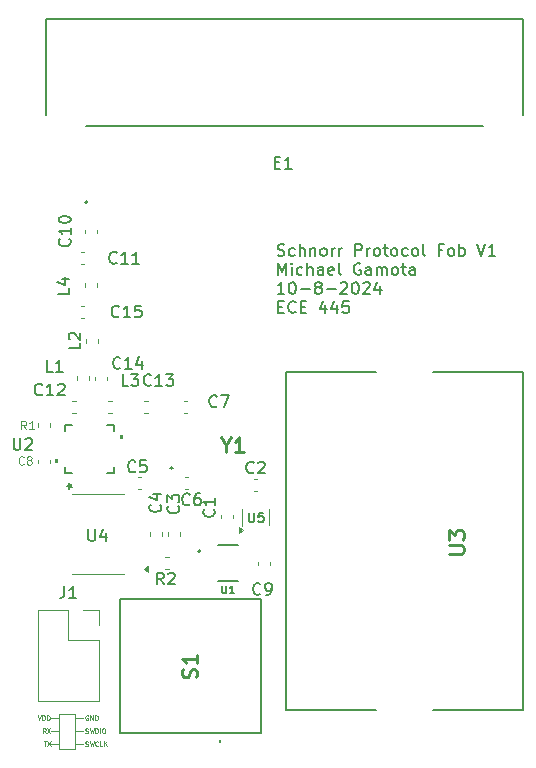
<source format=gbr>
%TF.GenerationSoftware,KiCad,Pcbnew,8.0.4*%
%TF.CreationDate,2024-10-14T16:37:58-05:00*%
%TF.ProjectId,Fob_Design_Files,466f625f-4465-4736-9967-6e5f46696c65,rev?*%
%TF.SameCoordinates,Original*%
%TF.FileFunction,Legend,Top*%
%TF.FilePolarity,Positive*%
%FSLAX46Y46*%
G04 Gerber Fmt 4.6, Leading zero omitted, Abs format (unit mm)*
G04 Created by KiCad (PCBNEW 8.0.4) date 2024-10-14 16:37:58*
%MOMM*%
%LPD*%
G01*
G04 APERTURE LIST*
%ADD10C,0.100000*%
%ADD11C,0.050000*%
%ADD12C,0.150000*%
%ADD13C,0.080000*%
%ADD14C,0.254000*%
%ADD15C,0.120000*%
%ADD16C,0.127000*%
%ADD17C,0.200000*%
%ADD18C,0.152400*%
%ADD19C,0.000000*%
G04 APERTURE END LIST*
D10*
X92000000Y-91095000D02*
X92659000Y-91095000D01*
X92000000Y-89995000D02*
X92700000Y-89995000D01*
X92700000Y-89595000D02*
X94051000Y-89595000D01*
X94051000Y-92600000D01*
X92700000Y-92600000D01*
X92700000Y-89595000D01*
X94041000Y-92200000D02*
X94700000Y-92200000D01*
X94041000Y-90000000D02*
X94700000Y-90000000D01*
X94041000Y-91100000D02*
X94700000Y-91100000D01*
X92000000Y-92195000D02*
X92700000Y-92195000D01*
D11*
X90870989Y-89748447D02*
X91004322Y-90148447D01*
X91004322Y-90148447D02*
X91137655Y-89748447D01*
X91270989Y-90148447D02*
X91270989Y-89748447D01*
X91270989Y-89748447D02*
X91366227Y-89748447D01*
X91366227Y-89748447D02*
X91423370Y-89767495D01*
X91423370Y-89767495D02*
X91461465Y-89805590D01*
X91461465Y-89805590D02*
X91480512Y-89843685D01*
X91480512Y-89843685D02*
X91499560Y-89919876D01*
X91499560Y-89919876D02*
X91499560Y-89977019D01*
X91499560Y-89977019D02*
X91480512Y-90053209D01*
X91480512Y-90053209D02*
X91461465Y-90091304D01*
X91461465Y-90091304D02*
X91423370Y-90129400D01*
X91423370Y-90129400D02*
X91366227Y-90148447D01*
X91366227Y-90148447D02*
X91270989Y-90148447D01*
X91670989Y-90148447D02*
X91670989Y-89748447D01*
X91670989Y-89748447D02*
X91766227Y-89748447D01*
X91766227Y-89748447D02*
X91823370Y-89767495D01*
X91823370Y-89767495D02*
X91861465Y-89805590D01*
X91861465Y-89805590D02*
X91880512Y-89843685D01*
X91880512Y-89843685D02*
X91899560Y-89919876D01*
X91899560Y-89919876D02*
X91899560Y-89977019D01*
X91899560Y-89977019D02*
X91880512Y-90053209D01*
X91880512Y-90053209D02*
X91861465Y-90091304D01*
X91861465Y-90091304D02*
X91823370Y-90129400D01*
X91823370Y-90129400D02*
X91766227Y-90148447D01*
X91766227Y-90148447D02*
X91670989Y-90148447D01*
D12*
X111189160Y-50792368D02*
X111332017Y-50839987D01*
X111332017Y-50839987D02*
X111570112Y-50839987D01*
X111570112Y-50839987D02*
X111665350Y-50792368D01*
X111665350Y-50792368D02*
X111712969Y-50744748D01*
X111712969Y-50744748D02*
X111760588Y-50649510D01*
X111760588Y-50649510D02*
X111760588Y-50554272D01*
X111760588Y-50554272D02*
X111712969Y-50459034D01*
X111712969Y-50459034D02*
X111665350Y-50411415D01*
X111665350Y-50411415D02*
X111570112Y-50363796D01*
X111570112Y-50363796D02*
X111379636Y-50316177D01*
X111379636Y-50316177D02*
X111284398Y-50268558D01*
X111284398Y-50268558D02*
X111236779Y-50220939D01*
X111236779Y-50220939D02*
X111189160Y-50125701D01*
X111189160Y-50125701D02*
X111189160Y-50030463D01*
X111189160Y-50030463D02*
X111236779Y-49935225D01*
X111236779Y-49935225D02*
X111284398Y-49887606D01*
X111284398Y-49887606D02*
X111379636Y-49839987D01*
X111379636Y-49839987D02*
X111617731Y-49839987D01*
X111617731Y-49839987D02*
X111760588Y-49887606D01*
X112617731Y-50792368D02*
X112522493Y-50839987D01*
X112522493Y-50839987D02*
X112332017Y-50839987D01*
X112332017Y-50839987D02*
X112236779Y-50792368D01*
X112236779Y-50792368D02*
X112189160Y-50744748D01*
X112189160Y-50744748D02*
X112141541Y-50649510D01*
X112141541Y-50649510D02*
X112141541Y-50363796D01*
X112141541Y-50363796D02*
X112189160Y-50268558D01*
X112189160Y-50268558D02*
X112236779Y-50220939D01*
X112236779Y-50220939D02*
X112332017Y-50173320D01*
X112332017Y-50173320D02*
X112522493Y-50173320D01*
X112522493Y-50173320D02*
X112617731Y-50220939D01*
X113046303Y-50839987D02*
X113046303Y-49839987D01*
X113474874Y-50839987D02*
X113474874Y-50316177D01*
X113474874Y-50316177D02*
X113427255Y-50220939D01*
X113427255Y-50220939D02*
X113332017Y-50173320D01*
X113332017Y-50173320D02*
X113189160Y-50173320D01*
X113189160Y-50173320D02*
X113093922Y-50220939D01*
X113093922Y-50220939D02*
X113046303Y-50268558D01*
X113951065Y-50173320D02*
X113951065Y-50839987D01*
X113951065Y-50268558D02*
X113998684Y-50220939D01*
X113998684Y-50220939D02*
X114093922Y-50173320D01*
X114093922Y-50173320D02*
X114236779Y-50173320D01*
X114236779Y-50173320D02*
X114332017Y-50220939D01*
X114332017Y-50220939D02*
X114379636Y-50316177D01*
X114379636Y-50316177D02*
X114379636Y-50839987D01*
X114998684Y-50839987D02*
X114903446Y-50792368D01*
X114903446Y-50792368D02*
X114855827Y-50744748D01*
X114855827Y-50744748D02*
X114808208Y-50649510D01*
X114808208Y-50649510D02*
X114808208Y-50363796D01*
X114808208Y-50363796D02*
X114855827Y-50268558D01*
X114855827Y-50268558D02*
X114903446Y-50220939D01*
X114903446Y-50220939D02*
X114998684Y-50173320D01*
X114998684Y-50173320D02*
X115141541Y-50173320D01*
X115141541Y-50173320D02*
X115236779Y-50220939D01*
X115236779Y-50220939D02*
X115284398Y-50268558D01*
X115284398Y-50268558D02*
X115332017Y-50363796D01*
X115332017Y-50363796D02*
X115332017Y-50649510D01*
X115332017Y-50649510D02*
X115284398Y-50744748D01*
X115284398Y-50744748D02*
X115236779Y-50792368D01*
X115236779Y-50792368D02*
X115141541Y-50839987D01*
X115141541Y-50839987D02*
X114998684Y-50839987D01*
X115760589Y-50839987D02*
X115760589Y-50173320D01*
X115760589Y-50363796D02*
X115808208Y-50268558D01*
X115808208Y-50268558D02*
X115855827Y-50220939D01*
X115855827Y-50220939D02*
X115951065Y-50173320D01*
X115951065Y-50173320D02*
X116046303Y-50173320D01*
X116379637Y-50839987D02*
X116379637Y-50173320D01*
X116379637Y-50363796D02*
X116427256Y-50268558D01*
X116427256Y-50268558D02*
X116474875Y-50220939D01*
X116474875Y-50220939D02*
X116570113Y-50173320D01*
X116570113Y-50173320D02*
X116665351Y-50173320D01*
X117760590Y-50839987D02*
X117760590Y-49839987D01*
X117760590Y-49839987D02*
X118141542Y-49839987D01*
X118141542Y-49839987D02*
X118236780Y-49887606D01*
X118236780Y-49887606D02*
X118284399Y-49935225D01*
X118284399Y-49935225D02*
X118332018Y-50030463D01*
X118332018Y-50030463D02*
X118332018Y-50173320D01*
X118332018Y-50173320D02*
X118284399Y-50268558D01*
X118284399Y-50268558D02*
X118236780Y-50316177D01*
X118236780Y-50316177D02*
X118141542Y-50363796D01*
X118141542Y-50363796D02*
X117760590Y-50363796D01*
X118760590Y-50839987D02*
X118760590Y-50173320D01*
X118760590Y-50363796D02*
X118808209Y-50268558D01*
X118808209Y-50268558D02*
X118855828Y-50220939D01*
X118855828Y-50220939D02*
X118951066Y-50173320D01*
X118951066Y-50173320D02*
X119046304Y-50173320D01*
X119522495Y-50839987D02*
X119427257Y-50792368D01*
X119427257Y-50792368D02*
X119379638Y-50744748D01*
X119379638Y-50744748D02*
X119332019Y-50649510D01*
X119332019Y-50649510D02*
X119332019Y-50363796D01*
X119332019Y-50363796D02*
X119379638Y-50268558D01*
X119379638Y-50268558D02*
X119427257Y-50220939D01*
X119427257Y-50220939D02*
X119522495Y-50173320D01*
X119522495Y-50173320D02*
X119665352Y-50173320D01*
X119665352Y-50173320D02*
X119760590Y-50220939D01*
X119760590Y-50220939D02*
X119808209Y-50268558D01*
X119808209Y-50268558D02*
X119855828Y-50363796D01*
X119855828Y-50363796D02*
X119855828Y-50649510D01*
X119855828Y-50649510D02*
X119808209Y-50744748D01*
X119808209Y-50744748D02*
X119760590Y-50792368D01*
X119760590Y-50792368D02*
X119665352Y-50839987D01*
X119665352Y-50839987D02*
X119522495Y-50839987D01*
X120141543Y-50173320D02*
X120522495Y-50173320D01*
X120284400Y-49839987D02*
X120284400Y-50697129D01*
X120284400Y-50697129D02*
X120332019Y-50792368D01*
X120332019Y-50792368D02*
X120427257Y-50839987D01*
X120427257Y-50839987D02*
X120522495Y-50839987D01*
X120998686Y-50839987D02*
X120903448Y-50792368D01*
X120903448Y-50792368D02*
X120855829Y-50744748D01*
X120855829Y-50744748D02*
X120808210Y-50649510D01*
X120808210Y-50649510D02*
X120808210Y-50363796D01*
X120808210Y-50363796D02*
X120855829Y-50268558D01*
X120855829Y-50268558D02*
X120903448Y-50220939D01*
X120903448Y-50220939D02*
X120998686Y-50173320D01*
X120998686Y-50173320D02*
X121141543Y-50173320D01*
X121141543Y-50173320D02*
X121236781Y-50220939D01*
X121236781Y-50220939D02*
X121284400Y-50268558D01*
X121284400Y-50268558D02*
X121332019Y-50363796D01*
X121332019Y-50363796D02*
X121332019Y-50649510D01*
X121332019Y-50649510D02*
X121284400Y-50744748D01*
X121284400Y-50744748D02*
X121236781Y-50792368D01*
X121236781Y-50792368D02*
X121141543Y-50839987D01*
X121141543Y-50839987D02*
X120998686Y-50839987D01*
X122189162Y-50792368D02*
X122093924Y-50839987D01*
X122093924Y-50839987D02*
X121903448Y-50839987D01*
X121903448Y-50839987D02*
X121808210Y-50792368D01*
X121808210Y-50792368D02*
X121760591Y-50744748D01*
X121760591Y-50744748D02*
X121712972Y-50649510D01*
X121712972Y-50649510D02*
X121712972Y-50363796D01*
X121712972Y-50363796D02*
X121760591Y-50268558D01*
X121760591Y-50268558D02*
X121808210Y-50220939D01*
X121808210Y-50220939D02*
X121903448Y-50173320D01*
X121903448Y-50173320D02*
X122093924Y-50173320D01*
X122093924Y-50173320D02*
X122189162Y-50220939D01*
X122760591Y-50839987D02*
X122665353Y-50792368D01*
X122665353Y-50792368D02*
X122617734Y-50744748D01*
X122617734Y-50744748D02*
X122570115Y-50649510D01*
X122570115Y-50649510D02*
X122570115Y-50363796D01*
X122570115Y-50363796D02*
X122617734Y-50268558D01*
X122617734Y-50268558D02*
X122665353Y-50220939D01*
X122665353Y-50220939D02*
X122760591Y-50173320D01*
X122760591Y-50173320D02*
X122903448Y-50173320D01*
X122903448Y-50173320D02*
X122998686Y-50220939D01*
X122998686Y-50220939D02*
X123046305Y-50268558D01*
X123046305Y-50268558D02*
X123093924Y-50363796D01*
X123093924Y-50363796D02*
X123093924Y-50649510D01*
X123093924Y-50649510D02*
X123046305Y-50744748D01*
X123046305Y-50744748D02*
X122998686Y-50792368D01*
X122998686Y-50792368D02*
X122903448Y-50839987D01*
X122903448Y-50839987D02*
X122760591Y-50839987D01*
X123665353Y-50839987D02*
X123570115Y-50792368D01*
X123570115Y-50792368D02*
X123522496Y-50697129D01*
X123522496Y-50697129D02*
X123522496Y-49839987D01*
X125141544Y-50316177D02*
X124808211Y-50316177D01*
X124808211Y-50839987D02*
X124808211Y-49839987D01*
X124808211Y-49839987D02*
X125284401Y-49839987D01*
X125808211Y-50839987D02*
X125712973Y-50792368D01*
X125712973Y-50792368D02*
X125665354Y-50744748D01*
X125665354Y-50744748D02*
X125617735Y-50649510D01*
X125617735Y-50649510D02*
X125617735Y-50363796D01*
X125617735Y-50363796D02*
X125665354Y-50268558D01*
X125665354Y-50268558D02*
X125712973Y-50220939D01*
X125712973Y-50220939D02*
X125808211Y-50173320D01*
X125808211Y-50173320D02*
X125951068Y-50173320D01*
X125951068Y-50173320D02*
X126046306Y-50220939D01*
X126046306Y-50220939D02*
X126093925Y-50268558D01*
X126093925Y-50268558D02*
X126141544Y-50363796D01*
X126141544Y-50363796D02*
X126141544Y-50649510D01*
X126141544Y-50649510D02*
X126093925Y-50744748D01*
X126093925Y-50744748D02*
X126046306Y-50792368D01*
X126046306Y-50792368D02*
X125951068Y-50839987D01*
X125951068Y-50839987D02*
X125808211Y-50839987D01*
X126570116Y-50839987D02*
X126570116Y-49839987D01*
X126570116Y-50220939D02*
X126665354Y-50173320D01*
X126665354Y-50173320D02*
X126855830Y-50173320D01*
X126855830Y-50173320D02*
X126951068Y-50220939D01*
X126951068Y-50220939D02*
X126998687Y-50268558D01*
X126998687Y-50268558D02*
X127046306Y-50363796D01*
X127046306Y-50363796D02*
X127046306Y-50649510D01*
X127046306Y-50649510D02*
X126998687Y-50744748D01*
X126998687Y-50744748D02*
X126951068Y-50792368D01*
X126951068Y-50792368D02*
X126855830Y-50839987D01*
X126855830Y-50839987D02*
X126665354Y-50839987D01*
X126665354Y-50839987D02*
X126570116Y-50792368D01*
X128093926Y-49839987D02*
X128427259Y-50839987D01*
X128427259Y-50839987D02*
X128760592Y-49839987D01*
X129617735Y-50839987D02*
X129046307Y-50839987D01*
X129332021Y-50839987D02*
X129332021Y-49839987D01*
X129332021Y-49839987D02*
X129236783Y-49982844D01*
X129236783Y-49982844D02*
X129141545Y-50078082D01*
X129141545Y-50078082D02*
X129046307Y-50125701D01*
X111236779Y-52449931D02*
X111236779Y-51449931D01*
X111236779Y-51449931D02*
X111570112Y-52164216D01*
X111570112Y-52164216D02*
X111903445Y-51449931D01*
X111903445Y-51449931D02*
X111903445Y-52449931D01*
X112379636Y-52449931D02*
X112379636Y-51783264D01*
X112379636Y-51449931D02*
X112332017Y-51497550D01*
X112332017Y-51497550D02*
X112379636Y-51545169D01*
X112379636Y-51545169D02*
X112427255Y-51497550D01*
X112427255Y-51497550D02*
X112379636Y-51449931D01*
X112379636Y-51449931D02*
X112379636Y-51545169D01*
X113284397Y-52402312D02*
X113189159Y-52449931D01*
X113189159Y-52449931D02*
X112998683Y-52449931D01*
X112998683Y-52449931D02*
X112903445Y-52402312D01*
X112903445Y-52402312D02*
X112855826Y-52354692D01*
X112855826Y-52354692D02*
X112808207Y-52259454D01*
X112808207Y-52259454D02*
X112808207Y-51973740D01*
X112808207Y-51973740D02*
X112855826Y-51878502D01*
X112855826Y-51878502D02*
X112903445Y-51830883D01*
X112903445Y-51830883D02*
X112998683Y-51783264D01*
X112998683Y-51783264D02*
X113189159Y-51783264D01*
X113189159Y-51783264D02*
X113284397Y-51830883D01*
X113712969Y-52449931D02*
X113712969Y-51449931D01*
X114141540Y-52449931D02*
X114141540Y-51926121D01*
X114141540Y-51926121D02*
X114093921Y-51830883D01*
X114093921Y-51830883D02*
X113998683Y-51783264D01*
X113998683Y-51783264D02*
X113855826Y-51783264D01*
X113855826Y-51783264D02*
X113760588Y-51830883D01*
X113760588Y-51830883D02*
X113712969Y-51878502D01*
X115046302Y-52449931D02*
X115046302Y-51926121D01*
X115046302Y-51926121D02*
X114998683Y-51830883D01*
X114998683Y-51830883D02*
X114903445Y-51783264D01*
X114903445Y-51783264D02*
X114712969Y-51783264D01*
X114712969Y-51783264D02*
X114617731Y-51830883D01*
X115046302Y-52402312D02*
X114951064Y-52449931D01*
X114951064Y-52449931D02*
X114712969Y-52449931D01*
X114712969Y-52449931D02*
X114617731Y-52402312D01*
X114617731Y-52402312D02*
X114570112Y-52307073D01*
X114570112Y-52307073D02*
X114570112Y-52211835D01*
X114570112Y-52211835D02*
X114617731Y-52116597D01*
X114617731Y-52116597D02*
X114712969Y-52068978D01*
X114712969Y-52068978D02*
X114951064Y-52068978D01*
X114951064Y-52068978D02*
X115046302Y-52021359D01*
X115903445Y-52402312D02*
X115808207Y-52449931D01*
X115808207Y-52449931D02*
X115617731Y-52449931D01*
X115617731Y-52449931D02*
X115522493Y-52402312D01*
X115522493Y-52402312D02*
X115474874Y-52307073D01*
X115474874Y-52307073D02*
X115474874Y-51926121D01*
X115474874Y-51926121D02*
X115522493Y-51830883D01*
X115522493Y-51830883D02*
X115617731Y-51783264D01*
X115617731Y-51783264D02*
X115808207Y-51783264D01*
X115808207Y-51783264D02*
X115903445Y-51830883D01*
X115903445Y-51830883D02*
X115951064Y-51926121D01*
X115951064Y-51926121D02*
X115951064Y-52021359D01*
X115951064Y-52021359D02*
X115474874Y-52116597D01*
X116522493Y-52449931D02*
X116427255Y-52402312D01*
X116427255Y-52402312D02*
X116379636Y-52307073D01*
X116379636Y-52307073D02*
X116379636Y-51449931D01*
X118189160Y-51497550D02*
X118093922Y-51449931D01*
X118093922Y-51449931D02*
X117951065Y-51449931D01*
X117951065Y-51449931D02*
X117808208Y-51497550D01*
X117808208Y-51497550D02*
X117712970Y-51592788D01*
X117712970Y-51592788D02*
X117665351Y-51688026D01*
X117665351Y-51688026D02*
X117617732Y-51878502D01*
X117617732Y-51878502D02*
X117617732Y-52021359D01*
X117617732Y-52021359D02*
X117665351Y-52211835D01*
X117665351Y-52211835D02*
X117712970Y-52307073D01*
X117712970Y-52307073D02*
X117808208Y-52402312D01*
X117808208Y-52402312D02*
X117951065Y-52449931D01*
X117951065Y-52449931D02*
X118046303Y-52449931D01*
X118046303Y-52449931D02*
X118189160Y-52402312D01*
X118189160Y-52402312D02*
X118236779Y-52354692D01*
X118236779Y-52354692D02*
X118236779Y-52021359D01*
X118236779Y-52021359D02*
X118046303Y-52021359D01*
X119093922Y-52449931D02*
X119093922Y-51926121D01*
X119093922Y-51926121D02*
X119046303Y-51830883D01*
X119046303Y-51830883D02*
X118951065Y-51783264D01*
X118951065Y-51783264D02*
X118760589Y-51783264D01*
X118760589Y-51783264D02*
X118665351Y-51830883D01*
X119093922Y-52402312D02*
X118998684Y-52449931D01*
X118998684Y-52449931D02*
X118760589Y-52449931D01*
X118760589Y-52449931D02*
X118665351Y-52402312D01*
X118665351Y-52402312D02*
X118617732Y-52307073D01*
X118617732Y-52307073D02*
X118617732Y-52211835D01*
X118617732Y-52211835D02*
X118665351Y-52116597D01*
X118665351Y-52116597D02*
X118760589Y-52068978D01*
X118760589Y-52068978D02*
X118998684Y-52068978D01*
X118998684Y-52068978D02*
X119093922Y-52021359D01*
X119570113Y-52449931D02*
X119570113Y-51783264D01*
X119570113Y-51878502D02*
X119617732Y-51830883D01*
X119617732Y-51830883D02*
X119712970Y-51783264D01*
X119712970Y-51783264D02*
X119855827Y-51783264D01*
X119855827Y-51783264D02*
X119951065Y-51830883D01*
X119951065Y-51830883D02*
X119998684Y-51926121D01*
X119998684Y-51926121D02*
X119998684Y-52449931D01*
X119998684Y-51926121D02*
X120046303Y-51830883D01*
X120046303Y-51830883D02*
X120141541Y-51783264D01*
X120141541Y-51783264D02*
X120284398Y-51783264D01*
X120284398Y-51783264D02*
X120379637Y-51830883D01*
X120379637Y-51830883D02*
X120427256Y-51926121D01*
X120427256Y-51926121D02*
X120427256Y-52449931D01*
X121046303Y-52449931D02*
X120951065Y-52402312D01*
X120951065Y-52402312D02*
X120903446Y-52354692D01*
X120903446Y-52354692D02*
X120855827Y-52259454D01*
X120855827Y-52259454D02*
X120855827Y-51973740D01*
X120855827Y-51973740D02*
X120903446Y-51878502D01*
X120903446Y-51878502D02*
X120951065Y-51830883D01*
X120951065Y-51830883D02*
X121046303Y-51783264D01*
X121046303Y-51783264D02*
X121189160Y-51783264D01*
X121189160Y-51783264D02*
X121284398Y-51830883D01*
X121284398Y-51830883D02*
X121332017Y-51878502D01*
X121332017Y-51878502D02*
X121379636Y-51973740D01*
X121379636Y-51973740D02*
X121379636Y-52259454D01*
X121379636Y-52259454D02*
X121332017Y-52354692D01*
X121332017Y-52354692D02*
X121284398Y-52402312D01*
X121284398Y-52402312D02*
X121189160Y-52449931D01*
X121189160Y-52449931D02*
X121046303Y-52449931D01*
X121665351Y-51783264D02*
X122046303Y-51783264D01*
X121808208Y-51449931D02*
X121808208Y-52307073D01*
X121808208Y-52307073D02*
X121855827Y-52402312D01*
X121855827Y-52402312D02*
X121951065Y-52449931D01*
X121951065Y-52449931D02*
X122046303Y-52449931D01*
X122808208Y-52449931D02*
X122808208Y-51926121D01*
X122808208Y-51926121D02*
X122760589Y-51830883D01*
X122760589Y-51830883D02*
X122665351Y-51783264D01*
X122665351Y-51783264D02*
X122474875Y-51783264D01*
X122474875Y-51783264D02*
X122379637Y-51830883D01*
X122808208Y-52402312D02*
X122712970Y-52449931D01*
X122712970Y-52449931D02*
X122474875Y-52449931D01*
X122474875Y-52449931D02*
X122379637Y-52402312D01*
X122379637Y-52402312D02*
X122332018Y-52307073D01*
X122332018Y-52307073D02*
X122332018Y-52211835D01*
X122332018Y-52211835D02*
X122379637Y-52116597D01*
X122379637Y-52116597D02*
X122474875Y-52068978D01*
X122474875Y-52068978D02*
X122712970Y-52068978D01*
X122712970Y-52068978D02*
X122808208Y-52021359D01*
X111760588Y-54059875D02*
X111189160Y-54059875D01*
X111474874Y-54059875D02*
X111474874Y-53059875D01*
X111474874Y-53059875D02*
X111379636Y-53202732D01*
X111379636Y-53202732D02*
X111284398Y-53297970D01*
X111284398Y-53297970D02*
X111189160Y-53345589D01*
X112379636Y-53059875D02*
X112474874Y-53059875D01*
X112474874Y-53059875D02*
X112570112Y-53107494D01*
X112570112Y-53107494D02*
X112617731Y-53155113D01*
X112617731Y-53155113D02*
X112665350Y-53250351D01*
X112665350Y-53250351D02*
X112712969Y-53440827D01*
X112712969Y-53440827D02*
X112712969Y-53678922D01*
X112712969Y-53678922D02*
X112665350Y-53869398D01*
X112665350Y-53869398D02*
X112617731Y-53964636D01*
X112617731Y-53964636D02*
X112570112Y-54012256D01*
X112570112Y-54012256D02*
X112474874Y-54059875D01*
X112474874Y-54059875D02*
X112379636Y-54059875D01*
X112379636Y-54059875D02*
X112284398Y-54012256D01*
X112284398Y-54012256D02*
X112236779Y-53964636D01*
X112236779Y-53964636D02*
X112189160Y-53869398D01*
X112189160Y-53869398D02*
X112141541Y-53678922D01*
X112141541Y-53678922D02*
X112141541Y-53440827D01*
X112141541Y-53440827D02*
X112189160Y-53250351D01*
X112189160Y-53250351D02*
X112236779Y-53155113D01*
X112236779Y-53155113D02*
X112284398Y-53107494D01*
X112284398Y-53107494D02*
X112379636Y-53059875D01*
X113141541Y-53678922D02*
X113903446Y-53678922D01*
X114522493Y-53488446D02*
X114427255Y-53440827D01*
X114427255Y-53440827D02*
X114379636Y-53393208D01*
X114379636Y-53393208D02*
X114332017Y-53297970D01*
X114332017Y-53297970D02*
X114332017Y-53250351D01*
X114332017Y-53250351D02*
X114379636Y-53155113D01*
X114379636Y-53155113D02*
X114427255Y-53107494D01*
X114427255Y-53107494D02*
X114522493Y-53059875D01*
X114522493Y-53059875D02*
X114712969Y-53059875D01*
X114712969Y-53059875D02*
X114808207Y-53107494D01*
X114808207Y-53107494D02*
X114855826Y-53155113D01*
X114855826Y-53155113D02*
X114903445Y-53250351D01*
X114903445Y-53250351D02*
X114903445Y-53297970D01*
X114903445Y-53297970D02*
X114855826Y-53393208D01*
X114855826Y-53393208D02*
X114808207Y-53440827D01*
X114808207Y-53440827D02*
X114712969Y-53488446D01*
X114712969Y-53488446D02*
X114522493Y-53488446D01*
X114522493Y-53488446D02*
X114427255Y-53536065D01*
X114427255Y-53536065D02*
X114379636Y-53583684D01*
X114379636Y-53583684D02*
X114332017Y-53678922D01*
X114332017Y-53678922D02*
X114332017Y-53869398D01*
X114332017Y-53869398D02*
X114379636Y-53964636D01*
X114379636Y-53964636D02*
X114427255Y-54012256D01*
X114427255Y-54012256D02*
X114522493Y-54059875D01*
X114522493Y-54059875D02*
X114712969Y-54059875D01*
X114712969Y-54059875D02*
X114808207Y-54012256D01*
X114808207Y-54012256D02*
X114855826Y-53964636D01*
X114855826Y-53964636D02*
X114903445Y-53869398D01*
X114903445Y-53869398D02*
X114903445Y-53678922D01*
X114903445Y-53678922D02*
X114855826Y-53583684D01*
X114855826Y-53583684D02*
X114808207Y-53536065D01*
X114808207Y-53536065D02*
X114712969Y-53488446D01*
X115332017Y-53678922D02*
X116093922Y-53678922D01*
X116522493Y-53155113D02*
X116570112Y-53107494D01*
X116570112Y-53107494D02*
X116665350Y-53059875D01*
X116665350Y-53059875D02*
X116903445Y-53059875D01*
X116903445Y-53059875D02*
X116998683Y-53107494D01*
X116998683Y-53107494D02*
X117046302Y-53155113D01*
X117046302Y-53155113D02*
X117093921Y-53250351D01*
X117093921Y-53250351D02*
X117093921Y-53345589D01*
X117093921Y-53345589D02*
X117046302Y-53488446D01*
X117046302Y-53488446D02*
X116474874Y-54059875D01*
X116474874Y-54059875D02*
X117093921Y-54059875D01*
X117712969Y-53059875D02*
X117808207Y-53059875D01*
X117808207Y-53059875D02*
X117903445Y-53107494D01*
X117903445Y-53107494D02*
X117951064Y-53155113D01*
X117951064Y-53155113D02*
X117998683Y-53250351D01*
X117998683Y-53250351D02*
X118046302Y-53440827D01*
X118046302Y-53440827D02*
X118046302Y-53678922D01*
X118046302Y-53678922D02*
X117998683Y-53869398D01*
X117998683Y-53869398D02*
X117951064Y-53964636D01*
X117951064Y-53964636D02*
X117903445Y-54012256D01*
X117903445Y-54012256D02*
X117808207Y-54059875D01*
X117808207Y-54059875D02*
X117712969Y-54059875D01*
X117712969Y-54059875D02*
X117617731Y-54012256D01*
X117617731Y-54012256D02*
X117570112Y-53964636D01*
X117570112Y-53964636D02*
X117522493Y-53869398D01*
X117522493Y-53869398D02*
X117474874Y-53678922D01*
X117474874Y-53678922D02*
X117474874Y-53440827D01*
X117474874Y-53440827D02*
X117522493Y-53250351D01*
X117522493Y-53250351D02*
X117570112Y-53155113D01*
X117570112Y-53155113D02*
X117617731Y-53107494D01*
X117617731Y-53107494D02*
X117712969Y-53059875D01*
X118427255Y-53155113D02*
X118474874Y-53107494D01*
X118474874Y-53107494D02*
X118570112Y-53059875D01*
X118570112Y-53059875D02*
X118808207Y-53059875D01*
X118808207Y-53059875D02*
X118903445Y-53107494D01*
X118903445Y-53107494D02*
X118951064Y-53155113D01*
X118951064Y-53155113D02*
X118998683Y-53250351D01*
X118998683Y-53250351D02*
X118998683Y-53345589D01*
X118998683Y-53345589D02*
X118951064Y-53488446D01*
X118951064Y-53488446D02*
X118379636Y-54059875D01*
X118379636Y-54059875D02*
X118998683Y-54059875D01*
X119855826Y-53393208D02*
X119855826Y-54059875D01*
X119617731Y-53012256D02*
X119379636Y-53726541D01*
X119379636Y-53726541D02*
X119998683Y-53726541D01*
X111236779Y-55146009D02*
X111570112Y-55146009D01*
X111712969Y-55669819D02*
X111236779Y-55669819D01*
X111236779Y-55669819D02*
X111236779Y-54669819D01*
X111236779Y-54669819D02*
X111712969Y-54669819D01*
X112712969Y-55574580D02*
X112665350Y-55622200D01*
X112665350Y-55622200D02*
X112522493Y-55669819D01*
X112522493Y-55669819D02*
X112427255Y-55669819D01*
X112427255Y-55669819D02*
X112284398Y-55622200D01*
X112284398Y-55622200D02*
X112189160Y-55526961D01*
X112189160Y-55526961D02*
X112141541Y-55431723D01*
X112141541Y-55431723D02*
X112093922Y-55241247D01*
X112093922Y-55241247D02*
X112093922Y-55098390D01*
X112093922Y-55098390D02*
X112141541Y-54907914D01*
X112141541Y-54907914D02*
X112189160Y-54812676D01*
X112189160Y-54812676D02*
X112284398Y-54717438D01*
X112284398Y-54717438D02*
X112427255Y-54669819D01*
X112427255Y-54669819D02*
X112522493Y-54669819D01*
X112522493Y-54669819D02*
X112665350Y-54717438D01*
X112665350Y-54717438D02*
X112712969Y-54765057D01*
X113141541Y-55146009D02*
X113474874Y-55146009D01*
X113617731Y-55669819D02*
X113141541Y-55669819D01*
X113141541Y-55669819D02*
X113141541Y-54669819D01*
X113141541Y-54669819D02*
X113617731Y-54669819D01*
X115236779Y-55003152D02*
X115236779Y-55669819D01*
X114998684Y-54622200D02*
X114760589Y-55336485D01*
X114760589Y-55336485D02*
X115379636Y-55336485D01*
X116189160Y-55003152D02*
X116189160Y-55669819D01*
X115951065Y-54622200D02*
X115712970Y-55336485D01*
X115712970Y-55336485D02*
X116332017Y-55336485D01*
X117189160Y-54669819D02*
X116712970Y-54669819D01*
X116712970Y-54669819D02*
X116665351Y-55146009D01*
X116665351Y-55146009D02*
X116712970Y-55098390D01*
X116712970Y-55098390D02*
X116808208Y-55050771D01*
X116808208Y-55050771D02*
X117046303Y-55050771D01*
X117046303Y-55050771D02*
X117141541Y-55098390D01*
X117141541Y-55098390D02*
X117189160Y-55146009D01*
X117189160Y-55146009D02*
X117236779Y-55241247D01*
X117236779Y-55241247D02*
X117236779Y-55479342D01*
X117236779Y-55479342D02*
X117189160Y-55574580D01*
X117189160Y-55574580D02*
X117141541Y-55622200D01*
X117141541Y-55622200D02*
X117046303Y-55669819D01*
X117046303Y-55669819D02*
X116808208Y-55669819D01*
X116808208Y-55669819D02*
X116712970Y-55622200D01*
X116712970Y-55622200D02*
X116665351Y-55574580D01*
D11*
X94909084Y-92324400D02*
X94966227Y-92343447D01*
X94966227Y-92343447D02*
X95061465Y-92343447D01*
X95061465Y-92343447D02*
X95099560Y-92324400D01*
X95099560Y-92324400D02*
X95118608Y-92305352D01*
X95118608Y-92305352D02*
X95137655Y-92267257D01*
X95137655Y-92267257D02*
X95137655Y-92229161D01*
X95137655Y-92229161D02*
X95118608Y-92191066D01*
X95118608Y-92191066D02*
X95099560Y-92172019D01*
X95099560Y-92172019D02*
X95061465Y-92152971D01*
X95061465Y-92152971D02*
X94985274Y-92133923D01*
X94985274Y-92133923D02*
X94947179Y-92114876D01*
X94947179Y-92114876D02*
X94928132Y-92095828D01*
X94928132Y-92095828D02*
X94909084Y-92057733D01*
X94909084Y-92057733D02*
X94909084Y-92019638D01*
X94909084Y-92019638D02*
X94928132Y-91981542D01*
X94928132Y-91981542D02*
X94947179Y-91962495D01*
X94947179Y-91962495D02*
X94985274Y-91943447D01*
X94985274Y-91943447D02*
X95080513Y-91943447D01*
X95080513Y-91943447D02*
X95137655Y-91962495D01*
X95270988Y-91943447D02*
X95366226Y-92343447D01*
X95366226Y-92343447D02*
X95442417Y-92057733D01*
X95442417Y-92057733D02*
X95518607Y-92343447D01*
X95518607Y-92343447D02*
X95613846Y-91943447D01*
X95994798Y-92305352D02*
X95975750Y-92324400D01*
X95975750Y-92324400D02*
X95918608Y-92343447D01*
X95918608Y-92343447D02*
X95880512Y-92343447D01*
X95880512Y-92343447D02*
X95823369Y-92324400D01*
X95823369Y-92324400D02*
X95785274Y-92286304D01*
X95785274Y-92286304D02*
X95766227Y-92248209D01*
X95766227Y-92248209D02*
X95747179Y-92172019D01*
X95747179Y-92172019D02*
X95747179Y-92114876D01*
X95747179Y-92114876D02*
X95766227Y-92038685D01*
X95766227Y-92038685D02*
X95785274Y-92000590D01*
X95785274Y-92000590D02*
X95823369Y-91962495D01*
X95823369Y-91962495D02*
X95880512Y-91943447D01*
X95880512Y-91943447D02*
X95918608Y-91943447D01*
X95918608Y-91943447D02*
X95975750Y-91962495D01*
X95975750Y-91962495D02*
X95994798Y-91981542D01*
X96356703Y-92343447D02*
X96166227Y-92343447D01*
X96166227Y-92343447D02*
X96166227Y-91943447D01*
X96490037Y-92343447D02*
X96490037Y-91943447D01*
X96718608Y-92343447D02*
X96547179Y-92114876D01*
X96718608Y-91943447D02*
X96490037Y-92172019D01*
X94909084Y-91224400D02*
X94966227Y-91243447D01*
X94966227Y-91243447D02*
X95061465Y-91243447D01*
X95061465Y-91243447D02*
X95099560Y-91224400D01*
X95099560Y-91224400D02*
X95118608Y-91205352D01*
X95118608Y-91205352D02*
X95137655Y-91167257D01*
X95137655Y-91167257D02*
X95137655Y-91129161D01*
X95137655Y-91129161D02*
X95118608Y-91091066D01*
X95118608Y-91091066D02*
X95099560Y-91072019D01*
X95099560Y-91072019D02*
X95061465Y-91052971D01*
X95061465Y-91052971D02*
X94985274Y-91033923D01*
X94985274Y-91033923D02*
X94947179Y-91014876D01*
X94947179Y-91014876D02*
X94928132Y-90995828D01*
X94928132Y-90995828D02*
X94909084Y-90957733D01*
X94909084Y-90957733D02*
X94909084Y-90919638D01*
X94909084Y-90919638D02*
X94928132Y-90881542D01*
X94928132Y-90881542D02*
X94947179Y-90862495D01*
X94947179Y-90862495D02*
X94985274Y-90843447D01*
X94985274Y-90843447D02*
X95080513Y-90843447D01*
X95080513Y-90843447D02*
X95137655Y-90862495D01*
X95270988Y-90843447D02*
X95366226Y-91243447D01*
X95366226Y-91243447D02*
X95442417Y-90957733D01*
X95442417Y-90957733D02*
X95518607Y-91243447D01*
X95518607Y-91243447D02*
X95613846Y-90843447D01*
X95766227Y-91243447D02*
X95766227Y-90843447D01*
X95766227Y-90843447D02*
X95861465Y-90843447D01*
X95861465Y-90843447D02*
X95918608Y-90862495D01*
X95918608Y-90862495D02*
X95956703Y-90900590D01*
X95956703Y-90900590D02*
X95975750Y-90938685D01*
X95975750Y-90938685D02*
X95994798Y-91014876D01*
X95994798Y-91014876D02*
X95994798Y-91072019D01*
X95994798Y-91072019D02*
X95975750Y-91148209D01*
X95975750Y-91148209D02*
X95956703Y-91186304D01*
X95956703Y-91186304D02*
X95918608Y-91224400D01*
X95918608Y-91224400D02*
X95861465Y-91243447D01*
X95861465Y-91243447D02*
X95766227Y-91243447D01*
X96166227Y-91243447D02*
X96166227Y-90843447D01*
X96432893Y-90843447D02*
X96509084Y-90843447D01*
X96509084Y-90843447D02*
X96547179Y-90862495D01*
X96547179Y-90862495D02*
X96585274Y-90900590D01*
X96585274Y-90900590D02*
X96604322Y-90976780D01*
X96604322Y-90976780D02*
X96604322Y-91110114D01*
X96604322Y-91110114D02*
X96585274Y-91186304D01*
X96585274Y-91186304D02*
X96547179Y-91224400D01*
X96547179Y-91224400D02*
X96509084Y-91243447D01*
X96509084Y-91243447D02*
X96432893Y-91243447D01*
X96432893Y-91243447D02*
X96394798Y-91224400D01*
X96394798Y-91224400D02*
X96356703Y-91186304D01*
X96356703Y-91186304D02*
X96337655Y-91110114D01*
X96337655Y-91110114D02*
X96337655Y-90976780D01*
X96337655Y-90976780D02*
X96356703Y-90900590D01*
X96356703Y-90900590D02*
X96394798Y-90862495D01*
X96394798Y-90862495D02*
X96432893Y-90843447D01*
X91370989Y-91948447D02*
X91599560Y-91948447D01*
X91485274Y-92348447D02*
X91485274Y-91948447D01*
X91694798Y-91948447D02*
X91961465Y-92348447D01*
X91961465Y-91948447D02*
X91694798Y-92348447D01*
X95137655Y-89762495D02*
X95099560Y-89743447D01*
X95099560Y-89743447D02*
X95042417Y-89743447D01*
X95042417Y-89743447D02*
X94985274Y-89762495D01*
X94985274Y-89762495D02*
X94947179Y-89800590D01*
X94947179Y-89800590D02*
X94928132Y-89838685D01*
X94928132Y-89838685D02*
X94909084Y-89914876D01*
X94909084Y-89914876D02*
X94909084Y-89972019D01*
X94909084Y-89972019D02*
X94928132Y-90048209D01*
X94928132Y-90048209D02*
X94947179Y-90086304D01*
X94947179Y-90086304D02*
X94985274Y-90124400D01*
X94985274Y-90124400D02*
X95042417Y-90143447D01*
X95042417Y-90143447D02*
X95080513Y-90143447D01*
X95080513Y-90143447D02*
X95137655Y-90124400D01*
X95137655Y-90124400D02*
X95156703Y-90105352D01*
X95156703Y-90105352D02*
X95156703Y-89972019D01*
X95156703Y-89972019D02*
X95080513Y-89972019D01*
X95328132Y-90143447D02*
X95328132Y-89743447D01*
X95328132Y-89743447D02*
X95556703Y-90143447D01*
X95556703Y-90143447D02*
X95556703Y-89743447D01*
X95747180Y-90143447D02*
X95747180Y-89743447D01*
X95747180Y-89743447D02*
X95842418Y-89743447D01*
X95842418Y-89743447D02*
X95899561Y-89762495D01*
X95899561Y-89762495D02*
X95937656Y-89800590D01*
X95937656Y-89800590D02*
X95956703Y-89838685D01*
X95956703Y-89838685D02*
X95975751Y-89914876D01*
X95975751Y-89914876D02*
X95975751Y-89972019D01*
X95975751Y-89972019D02*
X95956703Y-90048209D01*
X95956703Y-90048209D02*
X95937656Y-90086304D01*
X95937656Y-90086304D02*
X95899561Y-90124400D01*
X95899561Y-90124400D02*
X95842418Y-90143447D01*
X95842418Y-90143447D02*
X95747180Y-90143447D01*
X91556703Y-91248447D02*
X91423370Y-91057971D01*
X91328132Y-91248447D02*
X91328132Y-90848447D01*
X91328132Y-90848447D02*
X91480513Y-90848447D01*
X91480513Y-90848447D02*
X91518608Y-90867495D01*
X91518608Y-90867495D02*
X91537655Y-90886542D01*
X91537655Y-90886542D02*
X91556703Y-90924638D01*
X91556703Y-90924638D02*
X91556703Y-90981780D01*
X91556703Y-90981780D02*
X91537655Y-91019876D01*
X91537655Y-91019876D02*
X91518608Y-91038923D01*
X91518608Y-91038923D02*
X91480513Y-91057971D01*
X91480513Y-91057971D02*
X91328132Y-91057971D01*
X91690036Y-90848447D02*
X91956703Y-91248447D01*
X91956703Y-90848447D02*
X91690036Y-91248447D01*
D12*
X109733333Y-79459580D02*
X109685714Y-79507200D01*
X109685714Y-79507200D02*
X109542857Y-79554819D01*
X109542857Y-79554819D02*
X109447619Y-79554819D01*
X109447619Y-79554819D02*
X109304762Y-79507200D01*
X109304762Y-79507200D02*
X109209524Y-79411961D01*
X109209524Y-79411961D02*
X109161905Y-79316723D01*
X109161905Y-79316723D02*
X109114286Y-79126247D01*
X109114286Y-79126247D02*
X109114286Y-78983390D01*
X109114286Y-78983390D02*
X109161905Y-78792914D01*
X109161905Y-78792914D02*
X109209524Y-78697676D01*
X109209524Y-78697676D02*
X109304762Y-78602438D01*
X109304762Y-78602438D02*
X109447619Y-78554819D01*
X109447619Y-78554819D02*
X109542857Y-78554819D01*
X109542857Y-78554819D02*
X109685714Y-78602438D01*
X109685714Y-78602438D02*
X109733333Y-78650057D01*
X110209524Y-79554819D02*
X110400000Y-79554819D01*
X110400000Y-79554819D02*
X110495238Y-79507200D01*
X110495238Y-79507200D02*
X110542857Y-79459580D01*
X110542857Y-79459580D02*
X110638095Y-79316723D01*
X110638095Y-79316723D02*
X110685714Y-79126247D01*
X110685714Y-79126247D02*
X110685714Y-78745295D01*
X110685714Y-78745295D02*
X110638095Y-78650057D01*
X110638095Y-78650057D02*
X110590476Y-78602438D01*
X110590476Y-78602438D02*
X110495238Y-78554819D01*
X110495238Y-78554819D02*
X110304762Y-78554819D01*
X110304762Y-78554819D02*
X110209524Y-78602438D01*
X110209524Y-78602438D02*
X110161905Y-78650057D01*
X110161905Y-78650057D02*
X110114286Y-78745295D01*
X110114286Y-78745295D02*
X110114286Y-78983390D01*
X110114286Y-78983390D02*
X110161905Y-79078628D01*
X110161905Y-79078628D02*
X110209524Y-79126247D01*
X110209524Y-79126247D02*
X110304762Y-79173866D01*
X110304762Y-79173866D02*
X110495238Y-79173866D01*
X110495238Y-79173866D02*
X110590476Y-79126247D01*
X110590476Y-79126247D02*
X110638095Y-79078628D01*
X110638095Y-79078628D02*
X110685714Y-78983390D01*
X93559580Y-49391507D02*
X93607200Y-49439126D01*
X93607200Y-49439126D02*
X93654819Y-49581983D01*
X93654819Y-49581983D02*
X93654819Y-49677221D01*
X93654819Y-49677221D02*
X93607200Y-49820078D01*
X93607200Y-49820078D02*
X93511961Y-49915316D01*
X93511961Y-49915316D02*
X93416723Y-49962935D01*
X93416723Y-49962935D02*
X93226247Y-50010554D01*
X93226247Y-50010554D02*
X93083390Y-50010554D01*
X93083390Y-50010554D02*
X92892914Y-49962935D01*
X92892914Y-49962935D02*
X92797676Y-49915316D01*
X92797676Y-49915316D02*
X92702438Y-49820078D01*
X92702438Y-49820078D02*
X92654819Y-49677221D01*
X92654819Y-49677221D02*
X92654819Y-49581983D01*
X92654819Y-49581983D02*
X92702438Y-49439126D01*
X92702438Y-49439126D02*
X92750057Y-49391507D01*
X93654819Y-48439126D02*
X93654819Y-49010554D01*
X93654819Y-48724840D02*
X92654819Y-48724840D01*
X92654819Y-48724840D02*
X92797676Y-48820078D01*
X92797676Y-48820078D02*
X92892914Y-48915316D01*
X92892914Y-48915316D02*
X92940533Y-49010554D01*
X92654819Y-47820078D02*
X92654819Y-47724840D01*
X92654819Y-47724840D02*
X92702438Y-47629602D01*
X92702438Y-47629602D02*
X92750057Y-47581983D01*
X92750057Y-47581983D02*
X92845295Y-47534364D01*
X92845295Y-47534364D02*
X93035771Y-47486745D01*
X93035771Y-47486745D02*
X93273866Y-47486745D01*
X93273866Y-47486745D02*
X93464342Y-47534364D01*
X93464342Y-47534364D02*
X93559580Y-47581983D01*
X93559580Y-47581983D02*
X93607200Y-47629602D01*
X93607200Y-47629602D02*
X93654819Y-47724840D01*
X93654819Y-47724840D02*
X93654819Y-47820078D01*
X93654819Y-47820078D02*
X93607200Y-47915316D01*
X93607200Y-47915316D02*
X93559580Y-47962935D01*
X93559580Y-47962935D02*
X93464342Y-48010554D01*
X93464342Y-48010554D02*
X93273866Y-48058173D01*
X93273866Y-48058173D02*
X93035771Y-48058173D01*
X93035771Y-48058173D02*
X92845295Y-48010554D01*
X92845295Y-48010554D02*
X92750057Y-47962935D01*
X92750057Y-47962935D02*
X92702438Y-47915316D01*
X92702438Y-47915316D02*
X92654819Y-47820078D01*
X106033333Y-63559580D02*
X105985714Y-63607200D01*
X105985714Y-63607200D02*
X105842857Y-63654819D01*
X105842857Y-63654819D02*
X105747619Y-63654819D01*
X105747619Y-63654819D02*
X105604762Y-63607200D01*
X105604762Y-63607200D02*
X105509524Y-63511961D01*
X105509524Y-63511961D02*
X105461905Y-63416723D01*
X105461905Y-63416723D02*
X105414286Y-63226247D01*
X105414286Y-63226247D02*
X105414286Y-63083390D01*
X105414286Y-63083390D02*
X105461905Y-62892914D01*
X105461905Y-62892914D02*
X105509524Y-62797676D01*
X105509524Y-62797676D02*
X105604762Y-62702438D01*
X105604762Y-62702438D02*
X105747619Y-62654819D01*
X105747619Y-62654819D02*
X105842857Y-62654819D01*
X105842857Y-62654819D02*
X105985714Y-62702438D01*
X105985714Y-62702438D02*
X106033333Y-62750057D01*
X106366667Y-62654819D02*
X107033333Y-62654819D01*
X107033333Y-62654819D02*
X106604762Y-63654819D01*
X95161095Y-73980819D02*
X95161095Y-74790342D01*
X95161095Y-74790342D02*
X95208714Y-74885580D01*
X95208714Y-74885580D02*
X95256333Y-74933200D01*
X95256333Y-74933200D02*
X95351571Y-74980819D01*
X95351571Y-74980819D02*
X95542047Y-74980819D01*
X95542047Y-74980819D02*
X95637285Y-74933200D01*
X95637285Y-74933200D02*
X95684904Y-74885580D01*
X95684904Y-74885580D02*
X95732523Y-74790342D01*
X95732523Y-74790342D02*
X95732523Y-73980819D01*
X96637285Y-74314152D02*
X96637285Y-74980819D01*
X96399190Y-73933200D02*
X96161095Y-74647485D01*
X96161095Y-74647485D02*
X96780142Y-74647485D01*
X97868642Y-60303580D02*
X97821023Y-60351200D01*
X97821023Y-60351200D02*
X97678166Y-60398819D01*
X97678166Y-60398819D02*
X97582928Y-60398819D01*
X97582928Y-60398819D02*
X97440071Y-60351200D01*
X97440071Y-60351200D02*
X97344833Y-60255961D01*
X97344833Y-60255961D02*
X97297214Y-60160723D01*
X97297214Y-60160723D02*
X97249595Y-59970247D01*
X97249595Y-59970247D02*
X97249595Y-59827390D01*
X97249595Y-59827390D02*
X97297214Y-59636914D01*
X97297214Y-59636914D02*
X97344833Y-59541676D01*
X97344833Y-59541676D02*
X97440071Y-59446438D01*
X97440071Y-59446438D02*
X97582928Y-59398819D01*
X97582928Y-59398819D02*
X97678166Y-59398819D01*
X97678166Y-59398819D02*
X97821023Y-59446438D01*
X97821023Y-59446438D02*
X97868642Y-59494057D01*
X98821023Y-60398819D02*
X98249595Y-60398819D01*
X98535309Y-60398819D02*
X98535309Y-59398819D01*
X98535309Y-59398819D02*
X98440071Y-59541676D01*
X98440071Y-59541676D02*
X98344833Y-59636914D01*
X98344833Y-59636914D02*
X98249595Y-59684533D01*
X99678166Y-59732152D02*
X99678166Y-60398819D01*
X99440071Y-59351200D02*
X99201976Y-60065485D01*
X99201976Y-60065485D02*
X99821023Y-60065485D01*
X91257142Y-62559580D02*
X91209523Y-62607200D01*
X91209523Y-62607200D02*
X91066666Y-62654819D01*
X91066666Y-62654819D02*
X90971428Y-62654819D01*
X90971428Y-62654819D02*
X90828571Y-62607200D01*
X90828571Y-62607200D02*
X90733333Y-62511961D01*
X90733333Y-62511961D02*
X90685714Y-62416723D01*
X90685714Y-62416723D02*
X90638095Y-62226247D01*
X90638095Y-62226247D02*
X90638095Y-62083390D01*
X90638095Y-62083390D02*
X90685714Y-61892914D01*
X90685714Y-61892914D02*
X90733333Y-61797676D01*
X90733333Y-61797676D02*
X90828571Y-61702438D01*
X90828571Y-61702438D02*
X90971428Y-61654819D01*
X90971428Y-61654819D02*
X91066666Y-61654819D01*
X91066666Y-61654819D02*
X91209523Y-61702438D01*
X91209523Y-61702438D02*
X91257142Y-61750057D01*
X92209523Y-62654819D02*
X91638095Y-62654819D01*
X91923809Y-62654819D02*
X91923809Y-61654819D01*
X91923809Y-61654819D02*
X91828571Y-61797676D01*
X91828571Y-61797676D02*
X91733333Y-61892914D01*
X91733333Y-61892914D02*
X91638095Y-61940533D01*
X92590476Y-61750057D02*
X92638095Y-61702438D01*
X92638095Y-61702438D02*
X92733333Y-61654819D01*
X92733333Y-61654819D02*
X92971428Y-61654819D01*
X92971428Y-61654819D02*
X93066666Y-61702438D01*
X93066666Y-61702438D02*
X93114285Y-61750057D01*
X93114285Y-61750057D02*
X93161904Y-61845295D01*
X93161904Y-61845295D02*
X93161904Y-61940533D01*
X93161904Y-61940533D02*
X93114285Y-62083390D01*
X93114285Y-62083390D02*
X92542857Y-62654819D01*
X92542857Y-62654819D02*
X93161904Y-62654819D01*
D13*
X89883333Y-65519673D02*
X89650000Y-65186340D01*
X89483333Y-65519673D02*
X89483333Y-64819673D01*
X89483333Y-64819673D02*
X89750000Y-64819673D01*
X89750000Y-64819673D02*
X89816667Y-64853006D01*
X89816667Y-64853006D02*
X89850000Y-64886340D01*
X89850000Y-64886340D02*
X89883333Y-64953006D01*
X89883333Y-64953006D02*
X89883333Y-65053006D01*
X89883333Y-65053006D02*
X89850000Y-65119673D01*
X89850000Y-65119673D02*
X89816667Y-65153006D01*
X89816667Y-65153006D02*
X89750000Y-65186340D01*
X89750000Y-65186340D02*
X89483333Y-65186340D01*
X90550000Y-65519673D02*
X90150000Y-65519673D01*
X90350000Y-65519673D02*
X90350000Y-64819673D01*
X90350000Y-64819673D02*
X90283333Y-64919673D01*
X90283333Y-64919673D02*
X90216667Y-64986340D01*
X90216667Y-64986340D02*
X90150000Y-65019673D01*
D12*
X93554819Y-53566666D02*
X93554819Y-54042856D01*
X93554819Y-54042856D02*
X92554819Y-54042856D01*
X92888152Y-52804761D02*
X93554819Y-52804761D01*
X92507200Y-53042856D02*
X93221485Y-53280951D01*
X93221485Y-53280951D02*
X93221485Y-52661904D01*
X97557142Y-51407230D02*
X97509523Y-51454850D01*
X97509523Y-51454850D02*
X97366666Y-51502469D01*
X97366666Y-51502469D02*
X97271428Y-51502469D01*
X97271428Y-51502469D02*
X97128571Y-51454850D01*
X97128571Y-51454850D02*
X97033333Y-51359611D01*
X97033333Y-51359611D02*
X96985714Y-51264373D01*
X96985714Y-51264373D02*
X96938095Y-51073897D01*
X96938095Y-51073897D02*
X96938095Y-50931040D01*
X96938095Y-50931040D02*
X96985714Y-50740564D01*
X96985714Y-50740564D02*
X97033333Y-50645326D01*
X97033333Y-50645326D02*
X97128571Y-50550088D01*
X97128571Y-50550088D02*
X97271428Y-50502469D01*
X97271428Y-50502469D02*
X97366666Y-50502469D01*
X97366666Y-50502469D02*
X97509523Y-50550088D01*
X97509523Y-50550088D02*
X97557142Y-50597707D01*
X98509523Y-51502469D02*
X97938095Y-51502469D01*
X98223809Y-51502469D02*
X98223809Y-50502469D01*
X98223809Y-50502469D02*
X98128571Y-50645326D01*
X98128571Y-50645326D02*
X98033333Y-50740564D01*
X98033333Y-50740564D02*
X97938095Y-50788183D01*
X99461904Y-51502469D02*
X98890476Y-51502469D01*
X99176190Y-51502469D02*
X99176190Y-50502469D01*
X99176190Y-50502469D02*
X99080952Y-50645326D01*
X99080952Y-50645326D02*
X98985714Y-50740564D01*
X98985714Y-50740564D02*
X98890476Y-50788183D01*
X108737476Y-72587295D02*
X108737476Y-73234914D01*
X108737476Y-73234914D02*
X108775571Y-73311104D01*
X108775571Y-73311104D02*
X108813666Y-73349200D01*
X108813666Y-73349200D02*
X108889857Y-73387295D01*
X108889857Y-73387295D02*
X109042238Y-73387295D01*
X109042238Y-73387295D02*
X109118428Y-73349200D01*
X109118428Y-73349200D02*
X109156523Y-73311104D01*
X109156523Y-73311104D02*
X109194619Y-73234914D01*
X109194619Y-73234914D02*
X109194619Y-72587295D01*
X109956523Y-72587295D02*
X109575571Y-72587295D01*
X109575571Y-72587295D02*
X109537475Y-72968247D01*
X109537475Y-72968247D02*
X109575571Y-72930152D01*
X109575571Y-72930152D02*
X109651761Y-72892057D01*
X109651761Y-72892057D02*
X109842237Y-72892057D01*
X109842237Y-72892057D02*
X109918428Y-72930152D01*
X109918428Y-72930152D02*
X109956523Y-72968247D01*
X109956523Y-72968247D02*
X109994618Y-73044438D01*
X109994618Y-73044438D02*
X109994618Y-73234914D01*
X109994618Y-73234914D02*
X109956523Y-73311104D01*
X109956523Y-73311104D02*
X109918428Y-73349200D01*
X109918428Y-73349200D02*
X109842237Y-73387295D01*
X109842237Y-73387295D02*
X109651761Y-73387295D01*
X109651761Y-73387295D02*
X109575571Y-73349200D01*
X109575571Y-73349200D02*
X109537475Y-73311104D01*
X106489380Y-78748276D02*
X106489380Y-79266371D01*
X106489380Y-79266371D02*
X106519857Y-79327323D01*
X106519857Y-79327323D02*
X106550333Y-79357800D01*
X106550333Y-79357800D02*
X106611285Y-79388276D01*
X106611285Y-79388276D02*
X106733190Y-79388276D01*
X106733190Y-79388276D02*
X106794142Y-79357800D01*
X106794142Y-79357800D02*
X106824619Y-79327323D01*
X106824619Y-79327323D02*
X106855095Y-79266371D01*
X106855095Y-79266371D02*
X106855095Y-78748276D01*
X107495095Y-79388276D02*
X107129380Y-79388276D01*
X107312237Y-79388276D02*
X107312237Y-78748276D01*
X107312237Y-78748276D02*
X107251285Y-78839704D01*
X107251285Y-78839704D02*
X107190333Y-78900657D01*
X107190333Y-78900657D02*
X107129380Y-78931133D01*
D14*
X125704318Y-76067619D02*
X126732413Y-76067619D01*
X126732413Y-76067619D02*
X126853365Y-76007142D01*
X126853365Y-76007142D02*
X126913842Y-75946666D01*
X126913842Y-75946666D02*
X126974318Y-75825714D01*
X126974318Y-75825714D02*
X126974318Y-75583809D01*
X126974318Y-75583809D02*
X126913842Y-75462857D01*
X126913842Y-75462857D02*
X126853365Y-75402380D01*
X126853365Y-75402380D02*
X126732413Y-75341904D01*
X126732413Y-75341904D02*
X125704318Y-75341904D01*
X125704318Y-74858095D02*
X125704318Y-74071904D01*
X125704318Y-74071904D02*
X126188127Y-74495238D01*
X126188127Y-74495238D02*
X126188127Y-74313809D01*
X126188127Y-74313809D02*
X126248603Y-74192857D01*
X126248603Y-74192857D02*
X126309080Y-74132381D01*
X126309080Y-74132381D02*
X126430032Y-74071904D01*
X126430032Y-74071904D02*
X126732413Y-74071904D01*
X126732413Y-74071904D02*
X126853365Y-74132381D01*
X126853365Y-74132381D02*
X126913842Y-74192857D01*
X126913842Y-74192857D02*
X126974318Y-74313809D01*
X126974318Y-74313809D02*
X126974318Y-74676666D01*
X126974318Y-74676666D02*
X126913842Y-74797619D01*
X126913842Y-74797619D02*
X126853365Y-74858095D01*
D12*
X110951524Y-42930009D02*
X111284857Y-42930009D01*
X111427714Y-43453819D02*
X110951524Y-43453819D01*
X110951524Y-43453819D02*
X110951524Y-42453819D01*
X110951524Y-42453819D02*
X111427714Y-42453819D01*
X112380095Y-43453819D02*
X111808667Y-43453819D01*
X112094381Y-43453819D02*
X112094381Y-42453819D01*
X112094381Y-42453819D02*
X111999143Y-42596676D01*
X111999143Y-42596676D02*
X111903905Y-42691914D01*
X111903905Y-42691914D02*
X111808667Y-42739533D01*
X103733333Y-71859580D02*
X103685714Y-71907200D01*
X103685714Y-71907200D02*
X103542857Y-71954819D01*
X103542857Y-71954819D02*
X103447619Y-71954819D01*
X103447619Y-71954819D02*
X103304762Y-71907200D01*
X103304762Y-71907200D02*
X103209524Y-71811961D01*
X103209524Y-71811961D02*
X103161905Y-71716723D01*
X103161905Y-71716723D02*
X103114286Y-71526247D01*
X103114286Y-71526247D02*
X103114286Y-71383390D01*
X103114286Y-71383390D02*
X103161905Y-71192914D01*
X103161905Y-71192914D02*
X103209524Y-71097676D01*
X103209524Y-71097676D02*
X103304762Y-71002438D01*
X103304762Y-71002438D02*
X103447619Y-70954819D01*
X103447619Y-70954819D02*
X103542857Y-70954819D01*
X103542857Y-70954819D02*
X103685714Y-71002438D01*
X103685714Y-71002438D02*
X103733333Y-71050057D01*
X104590476Y-70954819D02*
X104400000Y-70954819D01*
X104400000Y-70954819D02*
X104304762Y-71002438D01*
X104304762Y-71002438D02*
X104257143Y-71050057D01*
X104257143Y-71050057D02*
X104161905Y-71192914D01*
X104161905Y-71192914D02*
X104114286Y-71383390D01*
X104114286Y-71383390D02*
X104114286Y-71764342D01*
X104114286Y-71764342D02*
X104161905Y-71859580D01*
X104161905Y-71859580D02*
X104209524Y-71907200D01*
X104209524Y-71907200D02*
X104304762Y-71954819D01*
X104304762Y-71954819D02*
X104495238Y-71954819D01*
X104495238Y-71954819D02*
X104590476Y-71907200D01*
X104590476Y-71907200D02*
X104638095Y-71859580D01*
X104638095Y-71859580D02*
X104685714Y-71764342D01*
X104685714Y-71764342D02*
X104685714Y-71526247D01*
X104685714Y-71526247D02*
X104638095Y-71431009D01*
X104638095Y-71431009D02*
X104590476Y-71383390D01*
X104590476Y-71383390D02*
X104495238Y-71335771D01*
X104495238Y-71335771D02*
X104304762Y-71335771D01*
X104304762Y-71335771D02*
X104209524Y-71383390D01*
X104209524Y-71383390D02*
X104161905Y-71431009D01*
X104161905Y-71431009D02*
X104114286Y-71526247D01*
X94488319Y-58205666D02*
X94488319Y-58681856D01*
X94488319Y-58681856D02*
X93488319Y-58681856D01*
X93583557Y-57919951D02*
X93535938Y-57872332D01*
X93535938Y-57872332D02*
X93488319Y-57777094D01*
X93488319Y-57777094D02*
X93488319Y-57538999D01*
X93488319Y-57538999D02*
X93535938Y-57443761D01*
X93535938Y-57443761D02*
X93583557Y-57396142D01*
X93583557Y-57396142D02*
X93678795Y-57348523D01*
X93678795Y-57348523D02*
X93774033Y-57348523D01*
X93774033Y-57348523D02*
X93916890Y-57396142D01*
X93916890Y-57396142D02*
X94488319Y-57967570D01*
X94488319Y-57967570D02*
X94488319Y-57348523D01*
X109167333Y-69160580D02*
X109119714Y-69208200D01*
X109119714Y-69208200D02*
X108976857Y-69255819D01*
X108976857Y-69255819D02*
X108881619Y-69255819D01*
X108881619Y-69255819D02*
X108738762Y-69208200D01*
X108738762Y-69208200D02*
X108643524Y-69112961D01*
X108643524Y-69112961D02*
X108595905Y-69017723D01*
X108595905Y-69017723D02*
X108548286Y-68827247D01*
X108548286Y-68827247D02*
X108548286Y-68684390D01*
X108548286Y-68684390D02*
X108595905Y-68493914D01*
X108595905Y-68493914D02*
X108643524Y-68398676D01*
X108643524Y-68398676D02*
X108738762Y-68303438D01*
X108738762Y-68303438D02*
X108881619Y-68255819D01*
X108881619Y-68255819D02*
X108976857Y-68255819D01*
X108976857Y-68255819D02*
X109119714Y-68303438D01*
X109119714Y-68303438D02*
X109167333Y-68351057D01*
X109548286Y-68351057D02*
X109595905Y-68303438D01*
X109595905Y-68303438D02*
X109691143Y-68255819D01*
X109691143Y-68255819D02*
X109929238Y-68255819D01*
X109929238Y-68255819D02*
X110024476Y-68303438D01*
X110024476Y-68303438D02*
X110072095Y-68351057D01*
X110072095Y-68351057D02*
X110119714Y-68446295D01*
X110119714Y-68446295D02*
X110119714Y-68541533D01*
X110119714Y-68541533D02*
X110072095Y-68684390D01*
X110072095Y-68684390D02*
X109500667Y-69255819D01*
X109500667Y-69255819D02*
X110119714Y-69255819D01*
D14*
X104312842Y-86525619D02*
X104373318Y-86344190D01*
X104373318Y-86344190D02*
X104373318Y-86041809D01*
X104373318Y-86041809D02*
X104312842Y-85920857D01*
X104312842Y-85920857D02*
X104252365Y-85860381D01*
X104252365Y-85860381D02*
X104131413Y-85799904D01*
X104131413Y-85799904D02*
X104010461Y-85799904D01*
X104010461Y-85799904D02*
X103889508Y-85860381D01*
X103889508Y-85860381D02*
X103829032Y-85920857D01*
X103829032Y-85920857D02*
X103768556Y-86041809D01*
X103768556Y-86041809D02*
X103708080Y-86283714D01*
X103708080Y-86283714D02*
X103647603Y-86404666D01*
X103647603Y-86404666D02*
X103587127Y-86465143D01*
X103587127Y-86465143D02*
X103466175Y-86525619D01*
X103466175Y-86525619D02*
X103345222Y-86525619D01*
X103345222Y-86525619D02*
X103224270Y-86465143D01*
X103224270Y-86465143D02*
X103163794Y-86404666D01*
X103163794Y-86404666D02*
X103103318Y-86283714D01*
X103103318Y-86283714D02*
X103103318Y-85981333D01*
X103103318Y-85981333D02*
X103163794Y-85799904D01*
X104373318Y-84590380D02*
X104373318Y-85316095D01*
X104373318Y-84953238D02*
X103103318Y-84953238D01*
X103103318Y-84953238D02*
X103284746Y-85074190D01*
X103284746Y-85074190D02*
X103405699Y-85195142D01*
X103405699Y-85195142D02*
X103466175Y-85316095D01*
D12*
X92133333Y-60654819D02*
X91657143Y-60654819D01*
X91657143Y-60654819D02*
X91657143Y-59654819D01*
X92990476Y-60654819D02*
X92419048Y-60654819D01*
X92704762Y-60654819D02*
X92704762Y-59654819D01*
X92704762Y-59654819D02*
X92609524Y-59797676D01*
X92609524Y-59797676D02*
X92514286Y-59892914D01*
X92514286Y-59892914D02*
X92419048Y-59940533D01*
X101533333Y-78654819D02*
X101200000Y-78178628D01*
X100961905Y-78654819D02*
X100961905Y-77654819D01*
X100961905Y-77654819D02*
X101342857Y-77654819D01*
X101342857Y-77654819D02*
X101438095Y-77702438D01*
X101438095Y-77702438D02*
X101485714Y-77750057D01*
X101485714Y-77750057D02*
X101533333Y-77845295D01*
X101533333Y-77845295D02*
X101533333Y-77988152D01*
X101533333Y-77988152D02*
X101485714Y-78083390D01*
X101485714Y-78083390D02*
X101438095Y-78131009D01*
X101438095Y-78131009D02*
X101342857Y-78178628D01*
X101342857Y-78178628D02*
X100961905Y-78178628D01*
X101914286Y-77750057D02*
X101961905Y-77702438D01*
X101961905Y-77702438D02*
X102057143Y-77654819D01*
X102057143Y-77654819D02*
X102295238Y-77654819D01*
X102295238Y-77654819D02*
X102390476Y-77702438D01*
X102390476Y-77702438D02*
X102438095Y-77750057D01*
X102438095Y-77750057D02*
X102485714Y-77845295D01*
X102485714Y-77845295D02*
X102485714Y-77940533D01*
X102485714Y-77940533D02*
X102438095Y-78083390D01*
X102438095Y-78083390D02*
X101866667Y-78654819D01*
X101866667Y-78654819D02*
X102485714Y-78654819D01*
D10*
X89683333Y-68451966D02*
X89650000Y-68485300D01*
X89650000Y-68485300D02*
X89550000Y-68518633D01*
X89550000Y-68518633D02*
X89483333Y-68518633D01*
X89483333Y-68518633D02*
X89383333Y-68485300D01*
X89383333Y-68485300D02*
X89316667Y-68418633D01*
X89316667Y-68418633D02*
X89283333Y-68351966D01*
X89283333Y-68351966D02*
X89250000Y-68218633D01*
X89250000Y-68218633D02*
X89250000Y-68118633D01*
X89250000Y-68118633D02*
X89283333Y-67985300D01*
X89283333Y-67985300D02*
X89316667Y-67918633D01*
X89316667Y-67918633D02*
X89383333Y-67851966D01*
X89383333Y-67851966D02*
X89483333Y-67818633D01*
X89483333Y-67818633D02*
X89550000Y-67818633D01*
X89550000Y-67818633D02*
X89650000Y-67851966D01*
X89650000Y-67851966D02*
X89683333Y-67885300D01*
X90083333Y-68118633D02*
X90016667Y-68085300D01*
X90016667Y-68085300D02*
X89983333Y-68051966D01*
X89983333Y-68051966D02*
X89950000Y-67985300D01*
X89950000Y-67985300D02*
X89950000Y-67951966D01*
X89950000Y-67951966D02*
X89983333Y-67885300D01*
X89983333Y-67885300D02*
X90016667Y-67851966D01*
X90016667Y-67851966D02*
X90083333Y-67818633D01*
X90083333Y-67818633D02*
X90216667Y-67818633D01*
X90216667Y-67818633D02*
X90283333Y-67851966D01*
X90283333Y-67851966D02*
X90316667Y-67885300D01*
X90316667Y-67885300D02*
X90350000Y-67951966D01*
X90350000Y-67951966D02*
X90350000Y-67985300D01*
X90350000Y-67985300D02*
X90316667Y-68051966D01*
X90316667Y-68051966D02*
X90283333Y-68085300D01*
X90283333Y-68085300D02*
X90216667Y-68118633D01*
X90216667Y-68118633D02*
X90083333Y-68118633D01*
X90083333Y-68118633D02*
X90016667Y-68151966D01*
X90016667Y-68151966D02*
X89983333Y-68185300D01*
X89983333Y-68185300D02*
X89950000Y-68251966D01*
X89950000Y-68251966D02*
X89950000Y-68385300D01*
X89950000Y-68385300D02*
X89983333Y-68451966D01*
X89983333Y-68451966D02*
X90016667Y-68485300D01*
X90016667Y-68485300D02*
X90083333Y-68518633D01*
X90083333Y-68518633D02*
X90216667Y-68518633D01*
X90216667Y-68518633D02*
X90283333Y-68485300D01*
X90283333Y-68485300D02*
X90316667Y-68451966D01*
X90316667Y-68451966D02*
X90350000Y-68385300D01*
X90350000Y-68385300D02*
X90350000Y-68251966D01*
X90350000Y-68251966D02*
X90316667Y-68185300D01*
X90316667Y-68185300D02*
X90283333Y-68151966D01*
X90283333Y-68151966D02*
X90216667Y-68118633D01*
D12*
X88838095Y-66254819D02*
X88838095Y-67064342D01*
X88838095Y-67064342D02*
X88885714Y-67159580D01*
X88885714Y-67159580D02*
X88933333Y-67207200D01*
X88933333Y-67207200D02*
X89028571Y-67254819D01*
X89028571Y-67254819D02*
X89219047Y-67254819D01*
X89219047Y-67254819D02*
X89314285Y-67207200D01*
X89314285Y-67207200D02*
X89361904Y-67159580D01*
X89361904Y-67159580D02*
X89409523Y-67064342D01*
X89409523Y-67064342D02*
X89409523Y-66254819D01*
X89838095Y-66350057D02*
X89885714Y-66302438D01*
X89885714Y-66302438D02*
X89980952Y-66254819D01*
X89980952Y-66254819D02*
X90219047Y-66254819D01*
X90219047Y-66254819D02*
X90314285Y-66302438D01*
X90314285Y-66302438D02*
X90361904Y-66350057D01*
X90361904Y-66350057D02*
X90409523Y-66445295D01*
X90409523Y-66445295D02*
X90409523Y-66540533D01*
X90409523Y-66540533D02*
X90361904Y-66683390D01*
X90361904Y-66683390D02*
X89790476Y-67254819D01*
X89790476Y-67254819D02*
X90409523Y-67254819D01*
X93354819Y-70299999D02*
X93592914Y-70299999D01*
X93497676Y-70538094D02*
X93592914Y-70299999D01*
X93592914Y-70299999D02*
X93497676Y-70061904D01*
X93783390Y-70442856D02*
X93592914Y-70299999D01*
X93592914Y-70299999D02*
X93783390Y-70157142D01*
X105769580Y-72302666D02*
X105817200Y-72350285D01*
X105817200Y-72350285D02*
X105864819Y-72493142D01*
X105864819Y-72493142D02*
X105864819Y-72588380D01*
X105864819Y-72588380D02*
X105817200Y-72731237D01*
X105817200Y-72731237D02*
X105721961Y-72826475D01*
X105721961Y-72826475D02*
X105626723Y-72874094D01*
X105626723Y-72874094D02*
X105436247Y-72921713D01*
X105436247Y-72921713D02*
X105293390Y-72921713D01*
X105293390Y-72921713D02*
X105102914Y-72874094D01*
X105102914Y-72874094D02*
X105007676Y-72826475D01*
X105007676Y-72826475D02*
X104912438Y-72731237D01*
X104912438Y-72731237D02*
X104864819Y-72588380D01*
X104864819Y-72588380D02*
X104864819Y-72493142D01*
X104864819Y-72493142D02*
X104912438Y-72350285D01*
X104912438Y-72350285D02*
X104960057Y-72302666D01*
X105864819Y-71350285D02*
X105864819Y-71921713D01*
X105864819Y-71635999D02*
X104864819Y-71635999D01*
X104864819Y-71635999D02*
X105007676Y-71731237D01*
X105007676Y-71731237D02*
X105102914Y-71826475D01*
X105102914Y-71826475D02*
X105150533Y-71921713D01*
X98533333Y-61854819D02*
X98057143Y-61854819D01*
X98057143Y-61854819D02*
X98057143Y-60854819D01*
X98771429Y-60854819D02*
X99390476Y-60854819D01*
X99390476Y-60854819D02*
X99057143Y-61235771D01*
X99057143Y-61235771D02*
X99200000Y-61235771D01*
X99200000Y-61235771D02*
X99295238Y-61283390D01*
X99295238Y-61283390D02*
X99342857Y-61331009D01*
X99342857Y-61331009D02*
X99390476Y-61426247D01*
X99390476Y-61426247D02*
X99390476Y-61664342D01*
X99390476Y-61664342D02*
X99342857Y-61759580D01*
X99342857Y-61759580D02*
X99295238Y-61807200D01*
X99295238Y-61807200D02*
X99200000Y-61854819D01*
X99200000Y-61854819D02*
X98914286Y-61854819D01*
X98914286Y-61854819D02*
X98819048Y-61807200D01*
X98819048Y-61807200D02*
X98771429Y-61759580D01*
X102759580Y-72026666D02*
X102807200Y-72074285D01*
X102807200Y-72074285D02*
X102854819Y-72217142D01*
X102854819Y-72217142D02*
X102854819Y-72312380D01*
X102854819Y-72312380D02*
X102807200Y-72455237D01*
X102807200Y-72455237D02*
X102711961Y-72550475D01*
X102711961Y-72550475D02*
X102616723Y-72598094D01*
X102616723Y-72598094D02*
X102426247Y-72645713D01*
X102426247Y-72645713D02*
X102283390Y-72645713D01*
X102283390Y-72645713D02*
X102092914Y-72598094D01*
X102092914Y-72598094D02*
X101997676Y-72550475D01*
X101997676Y-72550475D02*
X101902438Y-72455237D01*
X101902438Y-72455237D02*
X101854819Y-72312380D01*
X101854819Y-72312380D02*
X101854819Y-72217142D01*
X101854819Y-72217142D02*
X101902438Y-72074285D01*
X101902438Y-72074285D02*
X101950057Y-72026666D01*
X101854819Y-71693332D02*
X101854819Y-71074285D01*
X101854819Y-71074285D02*
X102235771Y-71407618D01*
X102235771Y-71407618D02*
X102235771Y-71264761D01*
X102235771Y-71264761D02*
X102283390Y-71169523D01*
X102283390Y-71169523D02*
X102331009Y-71121904D01*
X102331009Y-71121904D02*
X102426247Y-71074285D01*
X102426247Y-71074285D02*
X102664342Y-71074285D01*
X102664342Y-71074285D02*
X102759580Y-71121904D01*
X102759580Y-71121904D02*
X102807200Y-71169523D01*
X102807200Y-71169523D02*
X102854819Y-71264761D01*
X102854819Y-71264761D02*
X102854819Y-71550475D01*
X102854819Y-71550475D02*
X102807200Y-71645713D01*
X102807200Y-71645713D02*
X102759580Y-71693332D01*
X99133333Y-69059580D02*
X99085714Y-69107200D01*
X99085714Y-69107200D02*
X98942857Y-69154819D01*
X98942857Y-69154819D02*
X98847619Y-69154819D01*
X98847619Y-69154819D02*
X98704762Y-69107200D01*
X98704762Y-69107200D02*
X98609524Y-69011961D01*
X98609524Y-69011961D02*
X98561905Y-68916723D01*
X98561905Y-68916723D02*
X98514286Y-68726247D01*
X98514286Y-68726247D02*
X98514286Y-68583390D01*
X98514286Y-68583390D02*
X98561905Y-68392914D01*
X98561905Y-68392914D02*
X98609524Y-68297676D01*
X98609524Y-68297676D02*
X98704762Y-68202438D01*
X98704762Y-68202438D02*
X98847619Y-68154819D01*
X98847619Y-68154819D02*
X98942857Y-68154819D01*
X98942857Y-68154819D02*
X99085714Y-68202438D01*
X99085714Y-68202438D02*
X99133333Y-68250057D01*
X100038095Y-68154819D02*
X99561905Y-68154819D01*
X99561905Y-68154819D02*
X99514286Y-68631009D01*
X99514286Y-68631009D02*
X99561905Y-68583390D01*
X99561905Y-68583390D02*
X99657143Y-68535771D01*
X99657143Y-68535771D02*
X99895238Y-68535771D01*
X99895238Y-68535771D02*
X99990476Y-68583390D01*
X99990476Y-68583390D02*
X100038095Y-68631009D01*
X100038095Y-68631009D02*
X100085714Y-68726247D01*
X100085714Y-68726247D02*
X100085714Y-68964342D01*
X100085714Y-68964342D02*
X100038095Y-69059580D01*
X100038095Y-69059580D02*
X99990476Y-69107200D01*
X99990476Y-69107200D02*
X99895238Y-69154819D01*
X99895238Y-69154819D02*
X99657143Y-69154819D01*
X99657143Y-69154819D02*
X99561905Y-69107200D01*
X99561905Y-69107200D02*
X99514286Y-69059580D01*
D14*
X106795238Y-66860556D02*
X106795238Y-67465318D01*
X106371905Y-66195318D02*
X106795238Y-66860556D01*
X106795238Y-66860556D02*
X107218572Y-66195318D01*
X108307143Y-67465318D02*
X107581428Y-67465318D01*
X107944285Y-67465318D02*
X107944285Y-66195318D01*
X107944285Y-66195318D02*
X107823333Y-66376746D01*
X107823333Y-66376746D02*
X107702381Y-66497699D01*
X107702381Y-66497699D02*
X107581428Y-66558175D01*
D12*
X101235580Y-71899666D02*
X101283200Y-71947285D01*
X101283200Y-71947285D02*
X101330819Y-72090142D01*
X101330819Y-72090142D02*
X101330819Y-72185380D01*
X101330819Y-72185380D02*
X101283200Y-72328237D01*
X101283200Y-72328237D02*
X101187961Y-72423475D01*
X101187961Y-72423475D02*
X101092723Y-72471094D01*
X101092723Y-72471094D02*
X100902247Y-72518713D01*
X100902247Y-72518713D02*
X100759390Y-72518713D01*
X100759390Y-72518713D02*
X100568914Y-72471094D01*
X100568914Y-72471094D02*
X100473676Y-72423475D01*
X100473676Y-72423475D02*
X100378438Y-72328237D01*
X100378438Y-72328237D02*
X100330819Y-72185380D01*
X100330819Y-72185380D02*
X100330819Y-72090142D01*
X100330819Y-72090142D02*
X100378438Y-71947285D01*
X100378438Y-71947285D02*
X100426057Y-71899666D01*
X100664152Y-71042523D02*
X101330819Y-71042523D01*
X100283200Y-71280618D02*
X100997485Y-71518713D01*
X100997485Y-71518713D02*
X100997485Y-70899666D01*
X100457142Y-61759580D02*
X100409523Y-61807200D01*
X100409523Y-61807200D02*
X100266666Y-61854819D01*
X100266666Y-61854819D02*
X100171428Y-61854819D01*
X100171428Y-61854819D02*
X100028571Y-61807200D01*
X100028571Y-61807200D02*
X99933333Y-61711961D01*
X99933333Y-61711961D02*
X99885714Y-61616723D01*
X99885714Y-61616723D02*
X99838095Y-61426247D01*
X99838095Y-61426247D02*
X99838095Y-61283390D01*
X99838095Y-61283390D02*
X99885714Y-61092914D01*
X99885714Y-61092914D02*
X99933333Y-60997676D01*
X99933333Y-60997676D02*
X100028571Y-60902438D01*
X100028571Y-60902438D02*
X100171428Y-60854819D01*
X100171428Y-60854819D02*
X100266666Y-60854819D01*
X100266666Y-60854819D02*
X100409523Y-60902438D01*
X100409523Y-60902438D02*
X100457142Y-60950057D01*
X101409523Y-61854819D02*
X100838095Y-61854819D01*
X101123809Y-61854819D02*
X101123809Y-60854819D01*
X101123809Y-60854819D02*
X101028571Y-60997676D01*
X101028571Y-60997676D02*
X100933333Y-61092914D01*
X100933333Y-61092914D02*
X100838095Y-61140533D01*
X101742857Y-60854819D02*
X102361904Y-60854819D01*
X102361904Y-60854819D02*
X102028571Y-61235771D01*
X102028571Y-61235771D02*
X102171428Y-61235771D01*
X102171428Y-61235771D02*
X102266666Y-61283390D01*
X102266666Y-61283390D02*
X102314285Y-61331009D01*
X102314285Y-61331009D02*
X102361904Y-61426247D01*
X102361904Y-61426247D02*
X102361904Y-61664342D01*
X102361904Y-61664342D02*
X102314285Y-61759580D01*
X102314285Y-61759580D02*
X102266666Y-61807200D01*
X102266666Y-61807200D02*
X102171428Y-61854819D01*
X102171428Y-61854819D02*
X101885714Y-61854819D01*
X101885714Y-61854819D02*
X101790476Y-61807200D01*
X101790476Y-61807200D02*
X101742857Y-61759580D01*
X97757142Y-55959580D02*
X97709523Y-56007200D01*
X97709523Y-56007200D02*
X97566666Y-56054819D01*
X97566666Y-56054819D02*
X97471428Y-56054819D01*
X97471428Y-56054819D02*
X97328571Y-56007200D01*
X97328571Y-56007200D02*
X97233333Y-55911961D01*
X97233333Y-55911961D02*
X97185714Y-55816723D01*
X97185714Y-55816723D02*
X97138095Y-55626247D01*
X97138095Y-55626247D02*
X97138095Y-55483390D01*
X97138095Y-55483390D02*
X97185714Y-55292914D01*
X97185714Y-55292914D02*
X97233333Y-55197676D01*
X97233333Y-55197676D02*
X97328571Y-55102438D01*
X97328571Y-55102438D02*
X97471428Y-55054819D01*
X97471428Y-55054819D02*
X97566666Y-55054819D01*
X97566666Y-55054819D02*
X97709523Y-55102438D01*
X97709523Y-55102438D02*
X97757142Y-55150057D01*
X98709523Y-56054819D02*
X98138095Y-56054819D01*
X98423809Y-56054819D02*
X98423809Y-55054819D01*
X98423809Y-55054819D02*
X98328571Y-55197676D01*
X98328571Y-55197676D02*
X98233333Y-55292914D01*
X98233333Y-55292914D02*
X98138095Y-55340533D01*
X99614285Y-55054819D02*
X99138095Y-55054819D01*
X99138095Y-55054819D02*
X99090476Y-55531009D01*
X99090476Y-55531009D02*
X99138095Y-55483390D01*
X99138095Y-55483390D02*
X99233333Y-55435771D01*
X99233333Y-55435771D02*
X99471428Y-55435771D01*
X99471428Y-55435771D02*
X99566666Y-55483390D01*
X99566666Y-55483390D02*
X99614285Y-55531009D01*
X99614285Y-55531009D02*
X99661904Y-55626247D01*
X99661904Y-55626247D02*
X99661904Y-55864342D01*
X99661904Y-55864342D02*
X99614285Y-55959580D01*
X99614285Y-55959580D02*
X99566666Y-56007200D01*
X99566666Y-56007200D02*
X99471428Y-56054819D01*
X99471428Y-56054819D02*
X99233333Y-56054819D01*
X99233333Y-56054819D02*
X99138095Y-56007200D01*
X99138095Y-56007200D02*
X99090476Y-55959580D01*
X93136666Y-78804819D02*
X93136666Y-79519104D01*
X93136666Y-79519104D02*
X93089047Y-79661961D01*
X93089047Y-79661961D02*
X92993809Y-79757200D01*
X92993809Y-79757200D02*
X92850952Y-79804819D01*
X92850952Y-79804819D02*
X92755714Y-79804819D01*
X94136666Y-79804819D02*
X93565238Y-79804819D01*
X93850952Y-79804819D02*
X93850952Y-78804819D01*
X93850952Y-78804819D02*
X93755714Y-78947676D01*
X93755714Y-78947676D02*
X93660476Y-79042914D01*
X93660476Y-79042914D02*
X93565238Y-79090533D01*
D15*
%TO.C,C9*%
X109490000Y-76759420D02*
X109490000Y-77040580D01*
X110510000Y-76759420D02*
X110510000Y-77040580D01*
%TO.C,C10*%
X94912101Y-48889230D02*
X94912101Y-48608070D01*
X95932101Y-48889230D02*
X95932101Y-48608070D01*
%TO.C,C7*%
X103513580Y-63117000D02*
X103232420Y-63117000D01*
X103513580Y-64137000D02*
X103232420Y-64137000D01*
%TO.C,U4*%
X95981500Y-71018000D02*
X93781500Y-71018000D01*
X95981500Y-71018000D02*
X98181500Y-71018000D01*
X95981500Y-77788000D02*
X93781500Y-77788000D01*
X95981500Y-77788000D02*
X98181500Y-77788000D01*
X100171500Y-77568000D02*
X99841500Y-77328000D01*
X100171500Y-77088000D01*
X100171500Y-77568000D01*
G36*
X100171500Y-77568000D02*
G01*
X99841500Y-77328000D01*
X100171500Y-77088000D01*
X100171500Y-77568000D01*
G37*
%TO.C,C14*%
X95715500Y-61060420D02*
X95715500Y-61341580D01*
X96735500Y-61060420D02*
X96735500Y-61341580D01*
%TO.C,C12*%
X94080080Y-63117000D02*
X93798920Y-63117000D01*
X94080080Y-64137000D02*
X93798920Y-64137000D01*
%TO.C,R1*%
X90923650Y-65347180D02*
X90923650Y-65021622D01*
X91943650Y-65347180D02*
X91943650Y-65021622D01*
%TO.C,L4*%
X94912101Y-53470929D02*
X94912101Y-53145371D01*
X95932101Y-53470929D02*
X95932101Y-53145371D01*
%TO.C,C11*%
X94519521Y-50537650D02*
X94800681Y-50537650D01*
X94519521Y-51557650D02*
X94800681Y-51557650D01*
%TO.C,U5*%
X108172000Y-73669000D02*
X108172000Y-72259000D01*
X110492000Y-73659000D02*
X110492000Y-72259000D01*
X108222000Y-74039000D02*
X107892000Y-74279000D01*
X107892000Y-73799000D01*
X108222000Y-74039000D01*
G36*
X108222000Y-74039000D02*
G01*
X107892000Y-74279000D01*
X107892000Y-73799000D01*
X108222000Y-74039000D01*
G37*
D16*
%TO.C,U1*%
X106130000Y-75300000D02*
X107790000Y-75300000D01*
X106130000Y-78400000D02*
X107790000Y-78400000D01*
D17*
X104660000Y-75850000D02*
G75*
G02*
X104460000Y-75850000I-100000J0D01*
G01*
X104460000Y-75850000D02*
G75*
G02*
X104660000Y-75850000I100000J0D01*
G01*
%TO.C,U3*%
X111920000Y-60675000D02*
X111920000Y-65775000D01*
X111920000Y-65575000D02*
X111920000Y-80175000D01*
X111920000Y-65775000D02*
X111920000Y-65775000D01*
X111920000Y-80175000D02*
X111920000Y-89275000D01*
X111920000Y-89275000D02*
X111920000Y-89275000D01*
X111920000Y-89275000D02*
X119520000Y-89275000D01*
X119520000Y-60675000D02*
X111920000Y-60675000D01*
X124320000Y-89275000D02*
X131920000Y-89275000D01*
X131920000Y-60675000D02*
X124320000Y-60675000D01*
X131920000Y-60775000D02*
X131920000Y-60675000D01*
X131920000Y-62575000D02*
X131920000Y-60775000D01*
X131920000Y-75375000D02*
X131920000Y-62575000D01*
X131920000Y-89275000D02*
X131920000Y-75175000D01*
X131920000Y-89275000D02*
X131920000Y-89275000D01*
D16*
%TO.C,E1*%
X91550000Y-30753000D02*
X91550000Y-38923000D01*
X91550000Y-30753000D02*
X131950000Y-30753000D01*
X128575000Y-39853000D02*
X94925000Y-39853000D01*
X131950000Y-30753000D02*
X131950000Y-38923000D01*
D17*
X95100000Y-46303000D02*
G75*
G02*
X94900000Y-46303000I-100000J0D01*
G01*
X94900000Y-46303000D02*
G75*
G02*
X95100000Y-46303000I100000J0D01*
G01*
D15*
%TO.C,C6*%
X103359420Y-69594000D02*
X103640580Y-69594000D01*
X103359420Y-70614000D02*
X103640580Y-70614000D01*
%TO.C,L2*%
X94953500Y-58201779D02*
X94953500Y-57876221D01*
X95973500Y-58201779D02*
X95973500Y-57876221D01*
%TO.C,C2*%
X109193420Y-69721000D02*
X109474580Y-69721000D01*
X109193420Y-70741000D02*
X109474580Y-70741000D01*
D17*
%TO.C,S1*%
X97799000Y-79858000D02*
X109799000Y-79858000D01*
X97799000Y-91258000D02*
X97799000Y-79858000D01*
X106299000Y-91858000D02*
X106299000Y-91858000D01*
X106299000Y-91958000D02*
X106299000Y-91958000D01*
X106299000Y-91958000D02*
X106299000Y-91958000D01*
X109799000Y-79858000D02*
X109799000Y-91258000D01*
X109799000Y-91258000D02*
X97799000Y-91258000D01*
X106299000Y-91858000D02*
G75*
G02*
X106299000Y-91958000I0J-50000D01*
G01*
X106299000Y-91858000D02*
G75*
G02*
X106299000Y-91958000I0J-50000D01*
G01*
X106299000Y-91958000D02*
G75*
G02*
X106299000Y-91858000I0J50000D01*
G01*
D15*
%TO.C,L1*%
X94191500Y-61376779D02*
X94191500Y-61051221D01*
X95211500Y-61376779D02*
X95211500Y-61051221D01*
%TO.C,R2*%
X101962779Y-76303000D02*
X101637221Y-76303000D01*
X101962779Y-77323000D02*
X101637221Y-77323000D01*
%TO.C,C8*%
X90923650Y-68091821D02*
X90923650Y-68372981D01*
X91943650Y-68091821D02*
X91943650Y-68372981D01*
D18*
%TO.C,U2*%
X93173550Y-65120901D02*
X93173550Y-65705860D01*
X93173550Y-68676142D02*
X93173550Y-69261101D01*
X93173550Y-69261101D02*
X93758509Y-69261101D01*
X93758509Y-65120901D02*
X93173550Y-65120901D01*
X96728791Y-69261101D02*
X97313750Y-69261101D01*
X97313750Y-65120901D02*
X96728791Y-65120901D01*
X97313750Y-65705860D02*
X97313750Y-65120901D01*
X97313750Y-69261101D02*
X97313750Y-68676142D01*
D19*
G36*
X92614750Y-68381502D02*
G01*
X92360750Y-68381502D01*
X92360750Y-68000502D01*
X92614750Y-68000502D01*
X92614750Y-68381502D01*
G37*
G36*
X98126550Y-66381500D02*
G01*
X97872550Y-66381500D01*
X97872550Y-66000500D01*
X98126550Y-66000500D01*
X98126550Y-66381500D01*
G37*
D15*
%TO.C,C1*%
X106424000Y-73038580D02*
X106424000Y-72757420D01*
X107444000Y-73038580D02*
X107444000Y-72757420D01*
%TO.C,L3*%
X97150279Y-63117000D02*
X96824721Y-63117000D01*
X97150279Y-64137000D02*
X96824721Y-64137000D01*
%TO.C,C3*%
X101890000Y-74540580D02*
X101890000Y-74259420D01*
X102910000Y-74540580D02*
X102910000Y-74259420D01*
%TO.C,C5*%
X99359420Y-69590000D02*
X99640580Y-69590000D01*
X99359420Y-70610000D02*
X99640580Y-70610000D01*
D17*
%TO.C,Y1*%
X102089000Y-68791000D02*
X102089000Y-68791000D01*
X102289000Y-68791000D02*
X102289000Y-68791000D01*
X102089000Y-68791000D02*
G75*
G02*
X102289000Y-68791000I100000J0D01*
G01*
X102289000Y-68791000D02*
G75*
G02*
X102089000Y-68791000I-100000J0D01*
G01*
D15*
%TO.C,C4*%
X100366000Y-74540580D02*
X100366000Y-74259420D01*
X101386000Y-74540580D02*
X101386000Y-74259420D01*
%TO.C,C13*%
X100176080Y-63117000D02*
X99894920Y-63117000D01*
X100176080Y-64137000D02*
X99894920Y-64137000D01*
%TO.C,C15*%
X94506521Y-55109650D02*
X94787681Y-55109650D01*
X94506521Y-56129650D02*
X94787681Y-56129650D01*
%TO.C,J1*%
X90870000Y-80790000D02*
X90870000Y-88530000D01*
X90870000Y-80790000D02*
X93470000Y-80790000D01*
X90870000Y-88530000D02*
X96070000Y-88530000D01*
X93470000Y-80790000D02*
X93470000Y-83390000D01*
X93470000Y-83390000D02*
X96070000Y-83390000D01*
X94740000Y-80790000D02*
X96070000Y-80790000D01*
X96070000Y-80790000D02*
X96070000Y-82120000D01*
X96070000Y-83390000D02*
X96070000Y-88530000D01*
%TD*%
M02*

</source>
